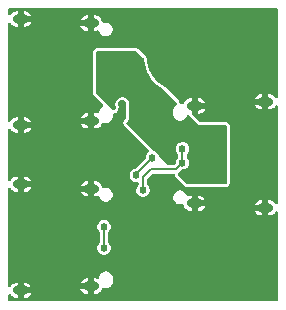
<source format=gbr>
%TF.GenerationSoftware,KiCad,Pcbnew,9.0.2*%
%TF.CreationDate,2025-05-31T16:15:56-04:00*%
%TF.ProjectId,pd-buddy-wye,70642d62-7564-4647-992d-7779652e6b69,v1.1*%
%TF.SameCoordinates,Original*%
%TF.FileFunction,Copper,L2,Bot*%
%TF.FilePolarity,Positive*%
%FSLAX46Y46*%
G04 Gerber Fmt 4.6, Leading zero omitted, Abs format (unit mm)*
G04 Created by KiCad (PCBNEW 9.0.2) date 2025-05-31 16:15:56*
%MOMM*%
%LPD*%
G01*
G04 APERTURE LIST*
%TA.AperFunction,ComponentPad*%
%ADD10C,0.800000*%
%TD*%
%TA.AperFunction,ComponentPad*%
%ADD11C,6.400000*%
%TD*%
%TA.AperFunction,HeatsinkPad*%
%ADD12O,1.400000X0.800000*%
%TD*%
%TA.AperFunction,ViaPad*%
%ADD13C,0.700000*%
%TD*%
%TA.AperFunction,ViaPad*%
%ADD14C,0.625000*%
%TD*%
%TA.AperFunction,Conductor*%
%ADD15C,0.200000*%
%TD*%
G04 APERTURE END LIST*
D10*
%TO.P,MK2,1,1*%
%TO.N,GND*%
X117400000Y-121000000D03*
X116697056Y-122697056D03*
X116697056Y-119302944D03*
X115000000Y-123400000D03*
D11*
X115000000Y-121000000D03*
D10*
X115000000Y-118600000D03*
X113302944Y-122697056D03*
X113302944Y-119302944D03*
X112600000Y-121000000D03*
%TD*%
%TO.P,MK1,1,1*%
%TO.N,GND*%
X112600000Y-104000000D03*
X113302944Y-102302944D03*
X113302944Y-105697056D03*
X115000000Y-101600000D03*
D11*
X115000000Y-104000000D03*
D10*
X115000000Y-106400000D03*
X116697056Y-102302944D03*
X116697056Y-105697056D03*
X117400000Y-104000000D03*
%TD*%
D12*
%TO.P,U1,S1,SHIELD*%
%TO.N,GND*%
X121840000Y-116990000D03*
X115890000Y-116630000D03*
X115890000Y-108370000D03*
X121840000Y-108010000D03*
%TD*%
%TO.P,J1,S1,SHIELD*%
%TO.N,GND*%
X101160000Y-101010000D03*
X107110000Y-101370000D03*
X107110000Y-109630000D03*
X101160000Y-109990000D03*
%TD*%
%TO.P,J2,S1,SHIELD*%
%TO.N,GND*%
X101160000Y-115010000D03*
X107110000Y-115370000D03*
X107110000Y-123630000D03*
X101160000Y-123990000D03*
%TD*%
D13*
%TO.N,GND*%
X109750000Y-115750000D03*
X109750000Y-122750000D03*
X109750000Y-101750000D03*
X117500000Y-115850000D03*
X109750000Y-102250000D03*
X109750000Y-109250000D03*
X118000000Y-109200000D03*
X109750000Y-108250000D03*
X118000000Y-115850000D03*
X109750000Y-116250000D03*
X109750000Y-102750000D03*
X117000000Y-115850000D03*
X109750000Y-116750000D03*
X117500000Y-109200000D03*
X117000000Y-109200000D03*
X109750000Y-108750000D03*
X109750000Y-123250000D03*
X109750000Y-122250000D03*
%TO.N,VBUS*%
X110750000Y-104250000D03*
X117500000Y-111500000D03*
X109750000Y-106750000D03*
X110250000Y-106750000D03*
X110750000Y-106750000D03*
X117500000Y-114000000D03*
X117000000Y-111500000D03*
X118000000Y-111500000D03*
X109778165Y-104250000D03*
X118000000Y-114000000D03*
X110250000Y-104250000D03*
X117000000Y-114000000D03*
D14*
%TO.N,/D+*%
X108200000Y-118600000D03*
X112300000Y-112750000D03*
X110950000Y-114250000D03*
X108200000Y-120400000D03*
%TO.N,/D-*%
X111499000Y-115500000D03*
X114850000Y-112000000D03*
X114850000Y-113184000D03*
%TD*%
D15*
%TO.N,/D+*%
X112300000Y-112750000D02*
X110950000Y-114100000D01*
X110950000Y-114100000D02*
X110950000Y-114250000D01*
X111000000Y-114250000D02*
X110950000Y-114200000D01*
X110950000Y-114250000D02*
X111000000Y-114250000D01*
X108200000Y-118600000D02*
X108200000Y-120400000D01*
%TO.N,/D-*%
X114284000Y-113750000D02*
X114850000Y-113184000D01*
X112150000Y-113750000D02*
X114284000Y-113750000D01*
X111499000Y-115500000D02*
X111499000Y-114401000D01*
X114850000Y-113184000D02*
X114850000Y-112000000D01*
X111499000Y-114401000D02*
X112150000Y-113750000D01*
%TD*%
%TA.AperFunction,Conductor*%
%TO.N,GND*%
G36*
X122866621Y-100095502D02*
G01*
X122913114Y-100149158D01*
X122924500Y-100201500D01*
X122924500Y-107591552D01*
X122904498Y-107659673D01*
X122850842Y-107706166D01*
X122780568Y-107716270D01*
X122715988Y-107686776D01*
X122693735Y-107661554D01*
X122647998Y-107593104D01*
X122647992Y-107593097D01*
X122556902Y-107502007D01*
X122556895Y-107502002D01*
X122449786Y-107430434D01*
X122330767Y-107381134D01*
X122330766Y-107381133D01*
X122204415Y-107356000D01*
X122094000Y-107356000D01*
X122094000Y-107760000D01*
X121490272Y-107760000D01*
X121398386Y-107798060D01*
X121328060Y-107868386D01*
X121290000Y-107960272D01*
X121290000Y-108059728D01*
X121328060Y-108151614D01*
X121398386Y-108221940D01*
X121490272Y-108260000D01*
X122094000Y-108260000D01*
X122094000Y-108664000D01*
X122204412Y-108664000D01*
X122204415Y-108663999D01*
X122330766Y-108638866D01*
X122330767Y-108638865D01*
X122449786Y-108589565D01*
X122556895Y-108517997D01*
X122556902Y-108517992D01*
X122647992Y-108426902D01*
X122647997Y-108426896D01*
X122693735Y-108358445D01*
X122748211Y-108312918D01*
X122818655Y-108304069D01*
X122882699Y-108334710D01*
X122920010Y-108395112D01*
X122924500Y-108428447D01*
X122924500Y-116571552D01*
X122904498Y-116639673D01*
X122850842Y-116686166D01*
X122780568Y-116696270D01*
X122715988Y-116666776D01*
X122693735Y-116641554D01*
X122647998Y-116573104D01*
X122647992Y-116573097D01*
X122556902Y-116482007D01*
X122556895Y-116482002D01*
X122449786Y-116410434D01*
X122330767Y-116361134D01*
X122330766Y-116361133D01*
X122204415Y-116336000D01*
X122094000Y-116336000D01*
X122094000Y-116740000D01*
X121490272Y-116740000D01*
X121398386Y-116778060D01*
X121328060Y-116848386D01*
X121290000Y-116940272D01*
X121290000Y-117039728D01*
X121328060Y-117131614D01*
X121398386Y-117201940D01*
X121490272Y-117240000D01*
X122094000Y-117240000D01*
X122094000Y-117644000D01*
X122204412Y-117644000D01*
X122204415Y-117643999D01*
X122330766Y-117618866D01*
X122330767Y-117618865D01*
X122449786Y-117569565D01*
X122556895Y-117497997D01*
X122556902Y-117497992D01*
X122647992Y-117406902D01*
X122647997Y-117406896D01*
X122693735Y-117338445D01*
X122748211Y-117292918D01*
X122818655Y-117284069D01*
X122882699Y-117314710D01*
X122920010Y-117375112D01*
X122924500Y-117408447D01*
X122924500Y-124798500D01*
X122904498Y-124866621D01*
X122850842Y-124913114D01*
X122798500Y-124924500D01*
X100201500Y-124924500D01*
X100133379Y-124904498D01*
X100086886Y-124850842D01*
X100075500Y-124798500D01*
X100075500Y-124408447D01*
X100095502Y-124340326D01*
X100149158Y-124293833D01*
X100219432Y-124283729D01*
X100284012Y-124313223D01*
X100306265Y-124338445D01*
X100352002Y-124406896D01*
X100352007Y-124406902D01*
X100443097Y-124497992D01*
X100443104Y-124497997D01*
X100550213Y-124569565D01*
X100669232Y-124618865D01*
X100669233Y-124618866D01*
X100795584Y-124643999D01*
X100795588Y-124644000D01*
X100906000Y-124644000D01*
X101414000Y-124644000D01*
X101524412Y-124644000D01*
X101524415Y-124643999D01*
X101650766Y-124618866D01*
X101650767Y-124618865D01*
X101769786Y-124569565D01*
X101876895Y-124497997D01*
X101876902Y-124497992D01*
X101967992Y-124406902D01*
X101967997Y-124406895D01*
X102039566Y-124299785D01*
X102062674Y-124244000D01*
X101414000Y-124244000D01*
X101414000Y-124644000D01*
X100906000Y-124644000D01*
X100906000Y-124240000D01*
X101509728Y-124240000D01*
X101601614Y-124201940D01*
X101671940Y-124131614D01*
X101710000Y-124039728D01*
X101710000Y-123940272D01*
X101686692Y-123884000D01*
X106207326Y-123884000D01*
X106230433Y-123939785D01*
X106302002Y-124046895D01*
X106302007Y-124046902D01*
X106393097Y-124137992D01*
X106393104Y-124137997D01*
X106500213Y-124209565D01*
X106619232Y-124258865D01*
X106619233Y-124258866D01*
X106745584Y-124283999D01*
X106745588Y-124284000D01*
X106856000Y-124284000D01*
X106856000Y-123884000D01*
X106207326Y-123884000D01*
X101686692Y-123884000D01*
X101671940Y-123848386D01*
X101601614Y-123778060D01*
X101509728Y-123740000D01*
X100906000Y-123740000D01*
X100906000Y-123736000D01*
X101414000Y-123736000D01*
X102062673Y-123736000D01*
X102039566Y-123680214D01*
X101972787Y-123580272D01*
X106560000Y-123580272D01*
X106560000Y-123679728D01*
X106598060Y-123771614D01*
X106668386Y-123841940D01*
X106760272Y-123880000D01*
X107364000Y-123880000D01*
X107364000Y-124284000D01*
X107474412Y-124284000D01*
X107474415Y-124283999D01*
X107600766Y-124258866D01*
X107600767Y-124258865D01*
X107719786Y-124209565D01*
X107826895Y-124137997D01*
X107826902Y-124137992D01*
X107917992Y-124046902D01*
X107917997Y-124046895D01*
X107989566Y-123939785D01*
X108019327Y-123867937D01*
X108063875Y-123812656D01*
X108131238Y-123790235D01*
X108168343Y-123794447D01*
X108284234Y-123825500D01*
X108284236Y-123825500D01*
X108435764Y-123825500D01*
X108435766Y-123825500D01*
X108582135Y-123786281D01*
X108713365Y-123710515D01*
X108820515Y-123603365D01*
X108896281Y-123472135D01*
X108935500Y-123325766D01*
X108935500Y-122874234D01*
X108896281Y-122727865D01*
X108820515Y-122596635D01*
X108820513Y-122596633D01*
X108820509Y-122596628D01*
X108713371Y-122489490D01*
X108713361Y-122489482D01*
X108582139Y-122413721D01*
X108582136Y-122413720D01*
X108582135Y-122413719D01*
X108582133Y-122413718D01*
X108582132Y-122413718D01*
X108542911Y-122403209D01*
X108435766Y-122374500D01*
X108284234Y-122374500D01*
X108205798Y-122395516D01*
X108137867Y-122413718D01*
X108137860Y-122413721D01*
X108006638Y-122489482D01*
X108006628Y-122489490D01*
X107899490Y-122596628D01*
X107899482Y-122596638D01*
X107823721Y-122727860D01*
X107823718Y-122727867D01*
X107784500Y-122874235D01*
X107784500Y-122888665D01*
X107764498Y-122956786D01*
X107710842Y-123003279D01*
X107640568Y-123013383D01*
X107610285Y-123005075D01*
X107600775Y-123001136D01*
X107600766Y-123001133D01*
X107474415Y-122976000D01*
X107364000Y-122976000D01*
X107364000Y-123380000D01*
X106760272Y-123380000D01*
X106668386Y-123418060D01*
X106598060Y-123488386D01*
X106560000Y-123580272D01*
X101972787Y-123580272D01*
X101967997Y-123573104D01*
X101967992Y-123573097D01*
X101876902Y-123482007D01*
X101876895Y-123482002D01*
X101769786Y-123410434D01*
X101686656Y-123376000D01*
X106207326Y-123376000D01*
X106856000Y-123376000D01*
X106856000Y-122976000D01*
X106745584Y-122976000D01*
X106619233Y-123001133D01*
X106619232Y-123001134D01*
X106500213Y-123050434D01*
X106393104Y-123122002D01*
X106393097Y-123122007D01*
X106302007Y-123213097D01*
X106302002Y-123213104D01*
X106230433Y-123320214D01*
X106207326Y-123376000D01*
X101686656Y-123376000D01*
X101650767Y-123361134D01*
X101650766Y-123361133D01*
X101524415Y-123336000D01*
X101414000Y-123336000D01*
X101414000Y-123736000D01*
X100906000Y-123736000D01*
X100906000Y-123336000D01*
X100795584Y-123336000D01*
X100669233Y-123361133D01*
X100669232Y-123361134D01*
X100550213Y-123410434D01*
X100443104Y-123482002D01*
X100443097Y-123482007D01*
X100352007Y-123573097D01*
X100352001Y-123573104D01*
X100306265Y-123641554D01*
X100251788Y-123687082D01*
X100181345Y-123695929D01*
X100117301Y-123665288D01*
X100079989Y-123604886D01*
X100075500Y-123571552D01*
X100075500Y-118525353D01*
X107633000Y-118525353D01*
X107633000Y-118674647D01*
X107661285Y-118780210D01*
X107671639Y-118818851D01*
X107671642Y-118818858D01*
X107746284Y-118948142D01*
X107746286Y-118948145D01*
X107746287Y-118948146D01*
X107808596Y-119010455D01*
X107842620Y-119072765D01*
X107845500Y-119099549D01*
X107845500Y-119900450D01*
X107825498Y-119968571D01*
X107808595Y-119989545D01*
X107746292Y-120051847D01*
X107746284Y-120051857D01*
X107671642Y-120181141D01*
X107671640Y-120181146D01*
X107633000Y-120325353D01*
X107633000Y-120474647D01*
X107661285Y-120580210D01*
X107671639Y-120618851D01*
X107671642Y-120618858D01*
X107746284Y-120748142D01*
X107746292Y-120748152D01*
X107851847Y-120853707D01*
X107851852Y-120853711D01*
X107851854Y-120853713D01*
X107981146Y-120928360D01*
X108125353Y-120967000D01*
X108125355Y-120967000D01*
X108274645Y-120967000D01*
X108274647Y-120967000D01*
X108418854Y-120928360D01*
X108548146Y-120853713D01*
X108653713Y-120748146D01*
X108728360Y-120618854D01*
X108767000Y-120474647D01*
X108767000Y-120325353D01*
X108728360Y-120181146D01*
X108653713Y-120051854D01*
X108653711Y-120051852D01*
X108653707Y-120051847D01*
X108591405Y-119989545D01*
X108557379Y-119927233D01*
X108554500Y-119900450D01*
X108554500Y-119099549D01*
X108574502Y-119031428D01*
X108591400Y-119010458D01*
X108653713Y-118948146D01*
X108728360Y-118818854D01*
X108767000Y-118674647D01*
X108767000Y-118525353D01*
X108728360Y-118381146D01*
X108653713Y-118251854D01*
X108653711Y-118251852D01*
X108653707Y-118251847D01*
X108548152Y-118146292D01*
X108548142Y-118146284D01*
X108418858Y-118071642D01*
X108418855Y-118071641D01*
X108418854Y-118071640D01*
X108418852Y-118071639D01*
X108418851Y-118071639D01*
X108380210Y-118061285D01*
X108274647Y-118033000D01*
X108125353Y-118033000D01*
X108048075Y-118053706D01*
X107981148Y-118071639D01*
X107981141Y-118071642D01*
X107851857Y-118146284D01*
X107851847Y-118146292D01*
X107746292Y-118251847D01*
X107746284Y-118251857D01*
X107671642Y-118381141D01*
X107671640Y-118381146D01*
X107633000Y-118525353D01*
X100075500Y-118525353D01*
X100075500Y-115428447D01*
X100095502Y-115360326D01*
X100149158Y-115313833D01*
X100219432Y-115303729D01*
X100284012Y-115333223D01*
X100306265Y-115358445D01*
X100352002Y-115426896D01*
X100352007Y-115426902D01*
X100443097Y-115517992D01*
X100443104Y-115517997D01*
X100550213Y-115589565D01*
X100669232Y-115638865D01*
X100669233Y-115638866D01*
X100795584Y-115663999D01*
X100795588Y-115664000D01*
X100906000Y-115664000D01*
X101414000Y-115664000D01*
X101524412Y-115664000D01*
X101524415Y-115663999D01*
X101650766Y-115638866D01*
X101650767Y-115638865D01*
X101686654Y-115624000D01*
X106207326Y-115624000D01*
X106230433Y-115679785D01*
X106302002Y-115786895D01*
X106302007Y-115786902D01*
X106393097Y-115877992D01*
X106393104Y-115877997D01*
X106500213Y-115949565D01*
X106619232Y-115998865D01*
X106619233Y-115998866D01*
X106745584Y-116023999D01*
X106745588Y-116024000D01*
X106856000Y-116024000D01*
X106856000Y-115624000D01*
X106207326Y-115624000D01*
X101686654Y-115624000D01*
X101769786Y-115589565D01*
X101876895Y-115517997D01*
X101876902Y-115517992D01*
X101967992Y-115426902D01*
X101967997Y-115426895D01*
X102039241Y-115320272D01*
X106560000Y-115320272D01*
X106560000Y-115419728D01*
X106598060Y-115511614D01*
X106668386Y-115581940D01*
X106760272Y-115620000D01*
X107364000Y-115620000D01*
X107364000Y-116024000D01*
X107474412Y-116024000D01*
X107474415Y-116023999D01*
X107600766Y-115998866D01*
X107600776Y-115998863D01*
X107638976Y-115983040D01*
X107709565Y-115975450D01*
X107773053Y-116007228D01*
X107808901Y-116066836D01*
X107823716Y-116122127D01*
X107823721Y-116122139D01*
X107899482Y-116253361D01*
X107899490Y-116253371D01*
X108006628Y-116360509D01*
X108006633Y-116360513D01*
X108006635Y-116360515D01*
X108006636Y-116360516D01*
X108006638Y-116360517D01*
X108040384Y-116380000D01*
X108137865Y-116436281D01*
X108284234Y-116475500D01*
X108284236Y-116475500D01*
X108435764Y-116475500D01*
X108435766Y-116475500D01*
X108582135Y-116436281D01*
X108713365Y-116360515D01*
X108820515Y-116253365D01*
X108896281Y-116122135D01*
X108935500Y-115975766D01*
X108935500Y-115824234D01*
X108896281Y-115677865D01*
X108865182Y-115624000D01*
X108820517Y-115546638D01*
X108820509Y-115546628D01*
X108713371Y-115439490D01*
X108713361Y-115439482D01*
X108582139Y-115363721D01*
X108582136Y-115363720D01*
X108582135Y-115363719D01*
X108582133Y-115363718D01*
X108582132Y-115363718D01*
X108542911Y-115353209D01*
X108435766Y-115324500D01*
X108284234Y-115324500D01*
X108208659Y-115344749D01*
X108137683Y-115343060D01*
X108078888Y-115303266D01*
X108052470Y-115247624D01*
X108038866Y-115179235D01*
X108038865Y-115179232D01*
X107989565Y-115060213D01*
X107917997Y-114953104D01*
X107917992Y-114953097D01*
X107826902Y-114862007D01*
X107826895Y-114862002D01*
X107719786Y-114790434D01*
X107600767Y-114741134D01*
X107600766Y-114741133D01*
X107474415Y-114716000D01*
X107364000Y-114716000D01*
X107364000Y-115120000D01*
X106760272Y-115120000D01*
X106668386Y-115158060D01*
X106598060Y-115228386D01*
X106560000Y-115320272D01*
X102039241Y-115320272D01*
X102039566Y-115319785D01*
X102062674Y-115264000D01*
X101414000Y-115264000D01*
X101414000Y-115664000D01*
X100906000Y-115664000D01*
X100906000Y-115260000D01*
X101509728Y-115260000D01*
X101601614Y-115221940D01*
X101671940Y-115151614D01*
X101686692Y-115116000D01*
X106207326Y-115116000D01*
X106856000Y-115116000D01*
X106856000Y-114716000D01*
X106745584Y-114716000D01*
X106619233Y-114741133D01*
X106619232Y-114741134D01*
X106500213Y-114790434D01*
X106393104Y-114862002D01*
X106393097Y-114862007D01*
X106302007Y-114953097D01*
X106302002Y-114953104D01*
X106230433Y-115060214D01*
X106207326Y-115116000D01*
X101686692Y-115116000D01*
X101710000Y-115059728D01*
X101710000Y-114960272D01*
X101671940Y-114868386D01*
X101601614Y-114798060D01*
X101509728Y-114760000D01*
X100906000Y-114760000D01*
X100906000Y-114756000D01*
X101414000Y-114756000D01*
X102062673Y-114756000D01*
X102039566Y-114700214D01*
X101967997Y-114593104D01*
X101967992Y-114593097D01*
X101876902Y-114502007D01*
X101876895Y-114502002D01*
X101769786Y-114430434D01*
X101650767Y-114381134D01*
X101650766Y-114381133D01*
X101524415Y-114356000D01*
X101414000Y-114356000D01*
X101414000Y-114756000D01*
X100906000Y-114756000D01*
X100906000Y-114356000D01*
X100795584Y-114356000D01*
X100669233Y-114381133D01*
X100669232Y-114381134D01*
X100550213Y-114430434D01*
X100443104Y-114502002D01*
X100443097Y-114502007D01*
X100352007Y-114593097D01*
X100352001Y-114593104D01*
X100306265Y-114661554D01*
X100251788Y-114707082D01*
X100181345Y-114715929D01*
X100117301Y-114685288D01*
X100079989Y-114624886D01*
X100075500Y-114591552D01*
X100075500Y-110408447D01*
X100095502Y-110340326D01*
X100149158Y-110293833D01*
X100219432Y-110283729D01*
X100284012Y-110313223D01*
X100306265Y-110338445D01*
X100352002Y-110406896D01*
X100352007Y-110406902D01*
X100443097Y-110497992D01*
X100443104Y-110497997D01*
X100550213Y-110569565D01*
X100669232Y-110618865D01*
X100669233Y-110618866D01*
X100795584Y-110643999D01*
X100795588Y-110644000D01*
X100906000Y-110644000D01*
X101414000Y-110644000D01*
X101524412Y-110644000D01*
X101524415Y-110643999D01*
X101650766Y-110618866D01*
X101650767Y-110618865D01*
X101769786Y-110569565D01*
X101876895Y-110497997D01*
X101876902Y-110497992D01*
X101967992Y-110406902D01*
X101967997Y-110406895D01*
X102039566Y-110299785D01*
X102062674Y-110244000D01*
X101414000Y-110244000D01*
X101414000Y-110644000D01*
X100906000Y-110644000D01*
X100906000Y-110240000D01*
X101509728Y-110240000D01*
X101601614Y-110201940D01*
X101671940Y-110131614D01*
X101710000Y-110039728D01*
X101710000Y-109940272D01*
X101686692Y-109884000D01*
X106207326Y-109884000D01*
X106230433Y-109939785D01*
X106302002Y-110046895D01*
X106302007Y-110046902D01*
X106393097Y-110137992D01*
X106393104Y-110137997D01*
X106500213Y-110209565D01*
X106619232Y-110258865D01*
X106619233Y-110258866D01*
X106745584Y-110283999D01*
X106745588Y-110284000D01*
X106856000Y-110284000D01*
X106856000Y-109884000D01*
X106207326Y-109884000D01*
X101686692Y-109884000D01*
X101671940Y-109848386D01*
X101601614Y-109778060D01*
X101509728Y-109740000D01*
X100906000Y-109740000D01*
X100906000Y-109736000D01*
X101414000Y-109736000D01*
X102062673Y-109736000D01*
X102039566Y-109680214D01*
X101972787Y-109580272D01*
X106560000Y-109580272D01*
X106560000Y-109679728D01*
X106598060Y-109771614D01*
X106668386Y-109841940D01*
X106760272Y-109880000D01*
X107364000Y-109880000D01*
X107364000Y-110284000D01*
X107474412Y-110284000D01*
X107474415Y-110283999D01*
X107600766Y-110258866D01*
X107600767Y-110258865D01*
X107719786Y-110209565D01*
X107826895Y-110137997D01*
X107826902Y-110137992D01*
X107917992Y-110046902D01*
X107917997Y-110046895D01*
X107989566Y-109939785D01*
X108019327Y-109867937D01*
X108063875Y-109812656D01*
X108131238Y-109790235D01*
X108168343Y-109794447D01*
X108284234Y-109825500D01*
X108284236Y-109825500D01*
X108435764Y-109825500D01*
X108435766Y-109825500D01*
X108582135Y-109786281D01*
X108713365Y-109710515D01*
X108820515Y-109603365D01*
X108896281Y-109472135D01*
X108935500Y-109325766D01*
X108935500Y-109113648D01*
X108955502Y-109045527D01*
X109009158Y-108999034D01*
X109065253Y-108987705D01*
X109069037Y-108987818D01*
X109166993Y-108962194D01*
X109230854Y-108931172D01*
X109270496Y-108907331D01*
X109339048Y-108832816D01*
X109375999Y-108772194D01*
X109405074Y-108704298D01*
X109433081Y-108599777D01*
X109440089Y-108563422D01*
X109444347Y-108527812D01*
X109445283Y-108518587D01*
X109441321Y-108483698D01*
X109441924Y-108483699D01*
X109441925Y-108467405D01*
X109433082Y-108400224D01*
X109407958Y-108306462D01*
X109407033Y-108301374D01*
X109407450Y-108297442D01*
X109405000Y-108278831D01*
X109405000Y-108221172D01*
X109409293Y-108188562D01*
X109417466Y-108158060D01*
X109424221Y-108132846D01*
X109436806Y-108102464D01*
X109465640Y-108052522D01*
X109485659Y-108026433D01*
X109526433Y-107985659D01*
X109552524Y-107965639D01*
X109602468Y-107936804D01*
X109632852Y-107924219D01*
X109658321Y-107917394D01*
X109688559Y-107909293D01*
X109721168Y-107905000D01*
X109778829Y-107905000D01*
X109811439Y-107909293D01*
X109829709Y-107914188D01*
X109867144Y-107924219D01*
X109897528Y-107936803D01*
X109947471Y-107965637D01*
X109973567Y-107985662D01*
X110014338Y-108026434D01*
X110034360Y-108052528D01*
X110063194Y-108102470D01*
X110075781Y-108132857D01*
X110090706Y-108188557D01*
X110095000Y-108221167D01*
X110095000Y-108278827D01*
X110090707Y-108311437D01*
X110066917Y-108400224D01*
X110066915Y-108400232D01*
X110058075Y-108467383D01*
X110058075Y-108532616D01*
X110066915Y-108599767D01*
X110066916Y-108599770D01*
X110066917Y-108599776D01*
X110072336Y-108620000D01*
X110090707Y-108688561D01*
X110095000Y-108721172D01*
X110095000Y-108778827D01*
X110090707Y-108811437D01*
X110066917Y-108900224D01*
X110066915Y-108900232D01*
X110058075Y-108967383D01*
X110058075Y-109032615D01*
X110066915Y-109099766D01*
X110066916Y-109099770D01*
X110066917Y-109099775D01*
X110072873Y-109122002D01*
X110090707Y-109188560D01*
X110095000Y-109221171D01*
X110095000Y-109278831D01*
X110090706Y-109311444D01*
X110075781Y-109367141D01*
X110063195Y-109397527D01*
X110034361Y-109447470D01*
X110014337Y-109473566D01*
X109958041Y-109529861D01*
X109923235Y-109573053D01*
X109894261Y-109618139D01*
X109880529Y-109642255D01*
X109853741Y-109739898D01*
X109849840Y-109794448D01*
X109848676Y-109810716D01*
X109849502Y-109856972D01*
X109879759Y-109953597D01*
X109900570Y-109991709D01*
X109913788Y-110015914D01*
X109958043Y-110075030D01*
X109958053Y-110075042D01*
X111979936Y-112096925D01*
X112013962Y-112159237D01*
X112008897Y-112230052D01*
X111966350Y-112286888D01*
X111953846Y-112295136D01*
X111951860Y-112296282D01*
X111951847Y-112296292D01*
X111846292Y-112401847D01*
X111846284Y-112401857D01*
X111771642Y-112531141D01*
X111771639Y-112531148D01*
X111733000Y-112675354D01*
X111733000Y-112763469D01*
X111712998Y-112831590D01*
X111696095Y-112852565D01*
X110885985Y-113662674D01*
X110829502Y-113695284D01*
X110731148Y-113721638D01*
X110601857Y-113796284D01*
X110601847Y-113796292D01*
X110496292Y-113901847D01*
X110496284Y-113901857D01*
X110421642Y-114031141D01*
X110421639Y-114031148D01*
X110397142Y-114122571D01*
X110383000Y-114175353D01*
X110383000Y-114324647D01*
X110398136Y-114381134D01*
X110421639Y-114468851D01*
X110421642Y-114468858D01*
X110496284Y-114598142D01*
X110496292Y-114598152D01*
X110601847Y-114703707D01*
X110601852Y-114703711D01*
X110601854Y-114703713D01*
X110601855Y-114703714D01*
X110601857Y-114703715D01*
X110666667Y-114741133D01*
X110731146Y-114778360D01*
X110875353Y-114817000D01*
X110875355Y-114817000D01*
X111018500Y-114817000D01*
X111027325Y-114819591D01*
X111036432Y-114818282D01*
X111060857Y-114829437D01*
X111086621Y-114837002D01*
X111092645Y-114843955D01*
X111101012Y-114847776D01*
X111115526Y-114870361D01*
X111133114Y-114890658D01*
X111135438Y-114901344D01*
X111139396Y-114907502D01*
X111144500Y-114943000D01*
X111144500Y-115000450D01*
X111124498Y-115068571D01*
X111107595Y-115089545D01*
X111045292Y-115151847D01*
X111045284Y-115151857D01*
X110970642Y-115281141D01*
X110970639Y-115281148D01*
X110960156Y-115320272D01*
X110932000Y-115425353D01*
X110932000Y-115574647D01*
X110949373Y-115639485D01*
X110970639Y-115718851D01*
X110970642Y-115718858D01*
X111045284Y-115848142D01*
X111045292Y-115848152D01*
X111150847Y-115953707D01*
X111150852Y-115953711D01*
X111150854Y-115953713D01*
X111150855Y-115953714D01*
X111150857Y-115953715D01*
X111218499Y-115992768D01*
X111280146Y-116028360D01*
X111424353Y-116067000D01*
X111424355Y-116067000D01*
X111573645Y-116067000D01*
X111573647Y-116067000D01*
X111717854Y-116028360D01*
X111725000Y-116024234D01*
X114064500Y-116024234D01*
X114064500Y-116175766D01*
X114074503Y-116213097D01*
X114103718Y-116322132D01*
X114103721Y-116322139D01*
X114179482Y-116453361D01*
X114179490Y-116453371D01*
X114286628Y-116560509D01*
X114286633Y-116560513D01*
X114286635Y-116560515D01*
X114286636Y-116560516D01*
X114286638Y-116560517D01*
X114320855Y-116580272D01*
X114417865Y-116636281D01*
X114564234Y-116675500D01*
X114564236Y-116675500D01*
X114715765Y-116675500D01*
X114715766Y-116675500D01*
X114791340Y-116655250D01*
X114862314Y-116656939D01*
X114921110Y-116696732D01*
X114947529Y-116752374D01*
X114961133Y-116820766D01*
X114961134Y-116820767D01*
X115010434Y-116939786D01*
X115082002Y-117046895D01*
X115082007Y-117046902D01*
X115173097Y-117137992D01*
X115173104Y-117137997D01*
X115280213Y-117209565D01*
X115399232Y-117258865D01*
X115399233Y-117258866D01*
X115525584Y-117283999D01*
X115525588Y-117284000D01*
X115636000Y-117284000D01*
X116144000Y-117284000D01*
X116254412Y-117284000D01*
X116254415Y-117283999D01*
X116380766Y-117258866D01*
X116380767Y-117258865D01*
X116416654Y-117244000D01*
X120937326Y-117244000D01*
X120960433Y-117299785D01*
X121032002Y-117406895D01*
X121032007Y-117406902D01*
X121123097Y-117497992D01*
X121123104Y-117497997D01*
X121230213Y-117569565D01*
X121349232Y-117618865D01*
X121349233Y-117618866D01*
X121475584Y-117643999D01*
X121475588Y-117644000D01*
X121586000Y-117644000D01*
X121586000Y-117244000D01*
X120937326Y-117244000D01*
X116416654Y-117244000D01*
X116499786Y-117209565D01*
X116606895Y-117137997D01*
X116606902Y-117137992D01*
X116697992Y-117046902D01*
X116697997Y-117046895D01*
X116769566Y-116939785D01*
X116792674Y-116884000D01*
X116144000Y-116884000D01*
X116144000Y-117284000D01*
X115636000Y-117284000D01*
X115636000Y-116880000D01*
X116239728Y-116880000D01*
X116331614Y-116841940D01*
X116401940Y-116771614D01*
X116416692Y-116736000D01*
X120937326Y-116736000D01*
X121586000Y-116736000D01*
X121586000Y-116336000D01*
X121475584Y-116336000D01*
X121349233Y-116361133D01*
X121349232Y-116361134D01*
X121230213Y-116410434D01*
X121123104Y-116482002D01*
X121123097Y-116482007D01*
X121032007Y-116573097D01*
X121032002Y-116573104D01*
X120960433Y-116680214D01*
X120937326Y-116736000D01*
X116416692Y-116736000D01*
X116440000Y-116679728D01*
X116440000Y-116580272D01*
X116401940Y-116488386D01*
X116331614Y-116418060D01*
X116239728Y-116380000D01*
X115636000Y-116380000D01*
X115636000Y-116376000D01*
X116144000Y-116376000D01*
X116792673Y-116376000D01*
X116769566Y-116320214D01*
X116697997Y-116213104D01*
X116697992Y-116213097D01*
X116606902Y-116122007D01*
X116606895Y-116122002D01*
X116499786Y-116050434D01*
X116380767Y-116001134D01*
X116380766Y-116001133D01*
X116254415Y-115976000D01*
X116144000Y-115976000D01*
X116144000Y-116376000D01*
X115636000Y-116376000D01*
X115636000Y-115976000D01*
X115525584Y-115976000D01*
X115399233Y-116001133D01*
X115399228Y-116001135D01*
X115361020Y-116016961D01*
X115290430Y-116024549D01*
X115226944Y-115992768D01*
X115191098Y-115933163D01*
X115176281Y-115877865D01*
X115100515Y-115746635D01*
X115100513Y-115746633D01*
X115100509Y-115746628D01*
X114993371Y-115639490D01*
X114993361Y-115639482D01*
X114862139Y-115563721D01*
X114862136Y-115563720D01*
X114862135Y-115563719D01*
X114862133Y-115563718D01*
X114862132Y-115563718D01*
X114798387Y-115546638D01*
X114715766Y-115524500D01*
X114564234Y-115524500D01*
X114485798Y-115545516D01*
X114417867Y-115563718D01*
X114417860Y-115563721D01*
X114286638Y-115639482D01*
X114286628Y-115639490D01*
X114179490Y-115746628D01*
X114179482Y-115746638D01*
X114103721Y-115877860D01*
X114103718Y-115877867D01*
X114090585Y-115926881D01*
X114064500Y-116024234D01*
X111725000Y-116024234D01*
X111847146Y-115953713D01*
X111851294Y-115949565D01*
X111873979Y-115926881D01*
X111952707Y-115848152D01*
X111952713Y-115848146D01*
X112027360Y-115718854D01*
X112066000Y-115574647D01*
X112066000Y-115425353D01*
X112027360Y-115281146D01*
X111971695Y-115184731D01*
X111952715Y-115151857D01*
X111952707Y-115151847D01*
X111890405Y-115089545D01*
X111856379Y-115027233D01*
X111853500Y-115000450D01*
X111853500Y-114600029D01*
X111873502Y-114531908D01*
X111890405Y-114510934D01*
X112259934Y-114141405D01*
X112322246Y-114107379D01*
X112349029Y-114104500D01*
X114066617Y-114104500D01*
X114134738Y-114124502D01*
X114181231Y-114178158D01*
X114186860Y-114192848D01*
X114217790Y-114291625D01*
X114217791Y-114291628D01*
X114251821Y-114353947D01*
X114296076Y-114413063D01*
X114296086Y-114413075D01*
X115029586Y-115146575D01*
X115029595Y-115146583D01*
X115029601Y-115146589D01*
X115050260Y-115165147D01*
X115069765Y-115180866D01*
X115071005Y-115181897D01*
X115071240Y-115182056D01*
X115147488Y-115221940D01*
X115160960Y-115228987D01*
X115229081Y-115248989D01*
X115302190Y-115259500D01*
X115302193Y-115259500D01*
X118473994Y-115259500D01*
X118474000Y-115259500D01*
X118529159Y-115253570D01*
X118581501Y-115242184D01*
X118608291Y-115234834D01*
X118696278Y-115184731D01*
X118749934Y-115138238D01*
X118782056Y-115104949D01*
X118828987Y-115015230D01*
X118848989Y-114947109D01*
X118859500Y-114874000D01*
X118859500Y-110126000D01*
X118853570Y-110070841D01*
X118842184Y-110018499D01*
X118834834Y-109991709D01*
X118784731Y-109903722D01*
X118784727Y-109903718D01*
X118784724Y-109903713D01*
X118738247Y-109850076D01*
X118738230Y-109850058D01*
X118704949Y-109817944D01*
X118615232Y-109771014D01*
X118615231Y-109771013D01*
X118615230Y-109771013D01*
X118547109Y-109751011D01*
X118474000Y-109740500D01*
X118473997Y-109740500D01*
X116409678Y-109740500D01*
X116341557Y-109720498D01*
X116320583Y-109703595D01*
X115672905Y-109055917D01*
X115655476Y-109024000D01*
X116144000Y-109024000D01*
X116254412Y-109024000D01*
X116254415Y-109023999D01*
X116380766Y-108998866D01*
X116380767Y-108998865D01*
X116499786Y-108949565D01*
X116606895Y-108877997D01*
X116606902Y-108877992D01*
X116697992Y-108786902D01*
X116697997Y-108786895D01*
X116769566Y-108679785D01*
X116792674Y-108624000D01*
X116144000Y-108624000D01*
X116144000Y-109024000D01*
X115655476Y-109024000D01*
X115638879Y-108993605D01*
X115636000Y-108966822D01*
X115636000Y-108620000D01*
X116239728Y-108620000D01*
X116331614Y-108581940D01*
X116401940Y-108511614D01*
X116440000Y-108419728D01*
X116440000Y-108320272D01*
X116416692Y-108264000D01*
X120937326Y-108264000D01*
X120960433Y-108319785D01*
X121032002Y-108426895D01*
X121032007Y-108426902D01*
X121123097Y-108517992D01*
X121123104Y-108517997D01*
X121230213Y-108589565D01*
X121349232Y-108638865D01*
X121349233Y-108638866D01*
X121475584Y-108663999D01*
X121475588Y-108664000D01*
X121586000Y-108664000D01*
X121586000Y-108264000D01*
X120937326Y-108264000D01*
X116416692Y-108264000D01*
X116401940Y-108228386D01*
X116331614Y-108158060D01*
X116239728Y-108120000D01*
X115636000Y-108120000D01*
X115636000Y-108116000D01*
X116144000Y-108116000D01*
X116792673Y-108116000D01*
X116769566Y-108060214D01*
X116697997Y-107953104D01*
X116697992Y-107953097D01*
X116606902Y-107862007D01*
X116606895Y-107862002D01*
X116499786Y-107790434D01*
X116416656Y-107756000D01*
X120937326Y-107756000D01*
X121586000Y-107756000D01*
X121586000Y-107356000D01*
X121475584Y-107356000D01*
X121349233Y-107381133D01*
X121349232Y-107381134D01*
X121230213Y-107430434D01*
X121123104Y-107502002D01*
X121123097Y-107502007D01*
X121032007Y-107593097D01*
X121032002Y-107593104D01*
X120960433Y-107700214D01*
X120937326Y-107756000D01*
X116416656Y-107756000D01*
X116380767Y-107741134D01*
X116380766Y-107741133D01*
X116254415Y-107716000D01*
X116144000Y-107716000D01*
X116144000Y-108116000D01*
X115636000Y-108116000D01*
X115636000Y-107716000D01*
X115525584Y-107716000D01*
X115399233Y-107741133D01*
X115399232Y-107741134D01*
X115280213Y-107790434D01*
X115173104Y-107862002D01*
X115173097Y-107862007D01*
X115082007Y-107953097D01*
X115082002Y-107953104D01*
X115010432Y-108060215D01*
X115010432Y-108060216D01*
X114980671Y-108132064D01*
X114980425Y-108132369D01*
X114980381Y-108132758D01*
X114958140Y-108160021D01*
X114936122Y-108187344D01*
X114935751Y-108187467D01*
X114935503Y-108187772D01*
X114902103Y-108198666D01*
X114868759Y-108209764D01*
X114868251Y-108209707D01*
X114868006Y-108209788D01*
X114850101Y-108207701D01*
X114832372Y-108205741D01*
X114831878Y-108205611D01*
X114715766Y-108174500D01*
X114712960Y-108174500D01*
X114702483Y-108171759D01*
X114678542Y-108157359D01*
X114652990Y-108146053D01*
X114648502Y-108139292D01*
X114641643Y-108135167D01*
X114629738Y-108111024D01*
X114614131Y-108087513D01*
X114592607Y-108018771D01*
X114574528Y-107985662D01*
X114558581Y-107956456D01*
X114514321Y-107897334D01*
X114514318Y-107897330D01*
X114276661Y-107659673D01*
X113415771Y-106798784D01*
X113415768Y-106798782D01*
X113411396Y-106794410D01*
X113411419Y-106794386D01*
X113409785Y-106792877D01*
X113354018Y-106742786D01*
X113354016Y-106742784D01*
X113099599Y-106572788D01*
X113089667Y-106565422D01*
X112856570Y-106374124D01*
X112847408Y-106365820D01*
X112634167Y-106152578D01*
X112625874Y-106143428D01*
X112434572Y-105910325D01*
X112427216Y-105900407D01*
X112259691Y-105649687D01*
X112253334Y-105639081D01*
X112111189Y-105373145D01*
X112105906Y-105361975D01*
X111990503Y-105083368D01*
X111986349Y-105071760D01*
X111898804Y-104783164D01*
X111895805Y-104771187D01*
X111836974Y-104475424D01*
X111835160Y-104463192D01*
X111821912Y-104328672D01*
X111820766Y-104319719D01*
X111820004Y-104313751D01*
X111817732Y-104299319D01*
X111789145Y-104215307D01*
X111755119Y-104152995D01*
X111755117Y-104152991D01*
X111710860Y-104093873D01*
X111710850Y-104093861D01*
X111220413Y-103603424D01*
X111199732Y-103584846D01*
X111190094Y-103577079D01*
X111180240Y-103569138D01*
X111178994Y-103568102D01*
X111178759Y-103567943D01*
X111089047Y-103521016D01*
X111089042Y-103521014D01*
X111089040Y-103521013D01*
X111020919Y-103501011D01*
X110947810Y-103490500D01*
X107626000Y-103490500D01*
X107625993Y-103490500D01*
X107570838Y-103496430D01*
X107518516Y-103507812D01*
X107518510Y-103507813D01*
X107518499Y-103507816D01*
X107505707Y-103511325D01*
X107491710Y-103515165D01*
X107491709Y-103515166D01*
X107420971Y-103555446D01*
X107403720Y-103565270D01*
X107403713Y-103565275D01*
X107350076Y-103611752D01*
X107350058Y-103611769D01*
X107317944Y-103645049D01*
X107317944Y-103645050D01*
X107271014Y-103734767D01*
X107271013Y-103734770D01*
X107251011Y-103802891D01*
X107240500Y-103876000D01*
X107240500Y-103876002D01*
X107240500Y-107197825D01*
X107241985Y-107225533D01*
X107241987Y-107225567D01*
X107244861Y-107252296D01*
X107244865Y-107252328D01*
X107244866Y-107252336D01*
X107275123Y-107348961D01*
X107292691Y-107381134D01*
X107309152Y-107411278D01*
X107353407Y-107470394D01*
X107353411Y-107470399D01*
X108122471Y-108239459D01*
X108156495Y-108301770D01*
X108151431Y-108372585D01*
X108108884Y-108429421D01*
X108096376Y-108437672D01*
X108006636Y-108489484D01*
X108006628Y-108489490D01*
X107899490Y-108596628D01*
X107899482Y-108596638D01*
X107823721Y-108727860D01*
X107823718Y-108727867D01*
X107784500Y-108874235D01*
X107784500Y-108888665D01*
X107764498Y-108956786D01*
X107710842Y-109003279D01*
X107640568Y-109013383D01*
X107610285Y-109005075D01*
X107600775Y-109001136D01*
X107600766Y-109001133D01*
X107474415Y-108976000D01*
X107364000Y-108976000D01*
X107364000Y-109380000D01*
X106760272Y-109380000D01*
X106668386Y-109418060D01*
X106598060Y-109488386D01*
X106560000Y-109580272D01*
X101972787Y-109580272D01*
X101967997Y-109573104D01*
X101967992Y-109573097D01*
X101876902Y-109482007D01*
X101876895Y-109482002D01*
X101769786Y-109410434D01*
X101686656Y-109376000D01*
X106207326Y-109376000D01*
X106856000Y-109376000D01*
X106856000Y-108976000D01*
X106745584Y-108976000D01*
X106619233Y-109001133D01*
X106619232Y-109001134D01*
X106500213Y-109050434D01*
X106393104Y-109122002D01*
X106393097Y-109122007D01*
X106302007Y-109213097D01*
X106302002Y-109213104D01*
X106230433Y-109320214D01*
X106207326Y-109376000D01*
X101686656Y-109376000D01*
X101650767Y-109361134D01*
X101650766Y-109361133D01*
X101524415Y-109336000D01*
X101414000Y-109336000D01*
X101414000Y-109736000D01*
X100906000Y-109736000D01*
X100906000Y-109336000D01*
X100795584Y-109336000D01*
X100669233Y-109361133D01*
X100669232Y-109361134D01*
X100550213Y-109410434D01*
X100443104Y-109482002D01*
X100443097Y-109482007D01*
X100352007Y-109573097D01*
X100352001Y-109573104D01*
X100306265Y-109641554D01*
X100251788Y-109687082D01*
X100181345Y-109695929D01*
X100117301Y-109665288D01*
X100079989Y-109604886D01*
X100075500Y-109571552D01*
X100075500Y-101428447D01*
X100095502Y-101360326D01*
X100149158Y-101313833D01*
X100219432Y-101303729D01*
X100284012Y-101333223D01*
X100306265Y-101358445D01*
X100352002Y-101426896D01*
X100352007Y-101426902D01*
X100443097Y-101517992D01*
X100443104Y-101517997D01*
X100550213Y-101589565D01*
X100669232Y-101638865D01*
X100669233Y-101638866D01*
X100795584Y-101663999D01*
X100795588Y-101664000D01*
X100906000Y-101664000D01*
X101414000Y-101664000D01*
X101524412Y-101664000D01*
X101524415Y-101663999D01*
X101650766Y-101638866D01*
X101650767Y-101638865D01*
X101686654Y-101624000D01*
X106207326Y-101624000D01*
X106230433Y-101679785D01*
X106302002Y-101786895D01*
X106302007Y-101786902D01*
X106393097Y-101877992D01*
X106393104Y-101877997D01*
X106500213Y-101949565D01*
X106619232Y-101998865D01*
X106619233Y-101998866D01*
X106745584Y-102023999D01*
X106745588Y-102024000D01*
X106856000Y-102024000D01*
X106856000Y-101624000D01*
X106207326Y-101624000D01*
X101686654Y-101624000D01*
X101769786Y-101589565D01*
X101876895Y-101517997D01*
X101876902Y-101517992D01*
X101967992Y-101426902D01*
X101967997Y-101426895D01*
X102039241Y-101320272D01*
X106560000Y-101320272D01*
X106560000Y-101419728D01*
X106598060Y-101511614D01*
X106668386Y-101581940D01*
X106760272Y-101620000D01*
X107364000Y-101620000D01*
X107364000Y-102024000D01*
X107474412Y-102024000D01*
X107474415Y-102023999D01*
X107600766Y-101998866D01*
X107600776Y-101998863D01*
X107638976Y-101983040D01*
X107709565Y-101975450D01*
X107773053Y-102007228D01*
X107808901Y-102066836D01*
X107823716Y-102122127D01*
X107823721Y-102122139D01*
X107899482Y-102253361D01*
X107899490Y-102253371D01*
X108006628Y-102360509D01*
X108006633Y-102360513D01*
X108006635Y-102360515D01*
X108137865Y-102436281D01*
X108284234Y-102475500D01*
X108284236Y-102475500D01*
X108435764Y-102475500D01*
X108435766Y-102475500D01*
X108582135Y-102436281D01*
X108713365Y-102360515D01*
X108820515Y-102253365D01*
X108896281Y-102122135D01*
X108935500Y-101975766D01*
X108935500Y-101824234D01*
X108896281Y-101677865D01*
X108865182Y-101624000D01*
X108820517Y-101546638D01*
X108820509Y-101546628D01*
X108713371Y-101439490D01*
X108713361Y-101439482D01*
X108582139Y-101363721D01*
X108582136Y-101363720D01*
X108582135Y-101363719D01*
X108582133Y-101363718D01*
X108582132Y-101363718D01*
X108542911Y-101353209D01*
X108435766Y-101324500D01*
X108284234Y-101324500D01*
X108208659Y-101344749D01*
X108137683Y-101343060D01*
X108078888Y-101303266D01*
X108052470Y-101247624D01*
X108038866Y-101179235D01*
X108038865Y-101179232D01*
X107989565Y-101060213D01*
X107917997Y-100953104D01*
X107917992Y-100953097D01*
X107826902Y-100862007D01*
X107826895Y-100862002D01*
X107719786Y-100790434D01*
X107600767Y-100741134D01*
X107600766Y-100741133D01*
X107474415Y-100716000D01*
X107364000Y-100716000D01*
X107364000Y-101120000D01*
X106760272Y-101120000D01*
X106668386Y-101158060D01*
X106598060Y-101228386D01*
X106560000Y-101320272D01*
X102039241Y-101320272D01*
X102039566Y-101319785D01*
X102062674Y-101264000D01*
X101414000Y-101264000D01*
X101414000Y-101664000D01*
X100906000Y-101664000D01*
X100906000Y-101260000D01*
X101509728Y-101260000D01*
X101601614Y-101221940D01*
X101671940Y-101151614D01*
X101686692Y-101116000D01*
X106207326Y-101116000D01*
X106856000Y-101116000D01*
X106856000Y-100716000D01*
X106745584Y-100716000D01*
X106619233Y-100741133D01*
X106619232Y-100741134D01*
X106500213Y-100790434D01*
X106393104Y-100862002D01*
X106393097Y-100862007D01*
X106302007Y-100953097D01*
X106302002Y-100953104D01*
X106230433Y-101060214D01*
X106207326Y-101116000D01*
X101686692Y-101116000D01*
X101710000Y-101059728D01*
X101710000Y-100960272D01*
X101671940Y-100868386D01*
X101601614Y-100798060D01*
X101509728Y-100760000D01*
X100906000Y-100760000D01*
X100906000Y-100756000D01*
X101414000Y-100756000D01*
X102062673Y-100756000D01*
X102039566Y-100700214D01*
X101967997Y-100593104D01*
X101967992Y-100593097D01*
X101876902Y-100502007D01*
X101876895Y-100502002D01*
X101769786Y-100430434D01*
X101650767Y-100381134D01*
X101650766Y-100381133D01*
X101524415Y-100356000D01*
X101414000Y-100356000D01*
X101414000Y-100756000D01*
X100906000Y-100756000D01*
X100906000Y-100356000D01*
X100795584Y-100356000D01*
X100669233Y-100381133D01*
X100669232Y-100381134D01*
X100550213Y-100430434D01*
X100443104Y-100502002D01*
X100443097Y-100502007D01*
X100352007Y-100593097D01*
X100352001Y-100593104D01*
X100306265Y-100661554D01*
X100251788Y-100707082D01*
X100181345Y-100715929D01*
X100117301Y-100685288D01*
X100079989Y-100624886D01*
X100075500Y-100591552D01*
X100075500Y-100201500D01*
X100095502Y-100133379D01*
X100149158Y-100086886D01*
X100201500Y-100075500D01*
X122798500Y-100075500D01*
X122866621Y-100095502D01*
G37*
%TD.AperFunction*%
%TD*%
%TA.AperFunction,Conductor*%
%TO.N,VBUS*%
G36*
X111015931Y-103770002D02*
G01*
X111036905Y-103786905D01*
X111527363Y-104277363D01*
X111561389Y-104339675D01*
X111563661Y-104354107D01*
X111578767Y-104507478D01*
X111578770Y-104507497D01*
X111644985Y-104840383D01*
X111743514Y-105165189D01*
X111743515Y-105165193D01*
X111873403Y-105478770D01*
X112033404Y-105778112D01*
X112221966Y-106060316D01*
X112221971Y-106060322D01*
X112437292Y-106322692D01*
X112437310Y-106322711D01*
X112677288Y-106562689D01*
X112677307Y-106562707D01*
X112830261Y-106688233D01*
X112939675Y-106778027D01*
X112939679Y-106778029D01*
X112939683Y-106778033D01*
X113209846Y-106958550D01*
X113230860Y-106983694D01*
X113232277Y-106982278D01*
X114330824Y-108080824D01*
X114364849Y-108143136D01*
X114359785Y-108213951D01*
X114317238Y-108270787D01*
X114304730Y-108279038D01*
X114286636Y-108289484D01*
X114286628Y-108289490D01*
X114179490Y-108396628D01*
X114179482Y-108396638D01*
X114103721Y-108527860D01*
X114103719Y-108527865D01*
X114064500Y-108674234D01*
X114064500Y-109125766D01*
X114064818Y-109126952D01*
X114103718Y-109272132D01*
X114103721Y-109272139D01*
X114179482Y-109403361D01*
X114179490Y-109403371D01*
X114286628Y-109510509D01*
X114286633Y-109510513D01*
X114286635Y-109510515D01*
X114417865Y-109586281D01*
X114564234Y-109625500D01*
X114564236Y-109625500D01*
X114715764Y-109625500D01*
X114715766Y-109625500D01*
X114862135Y-109586281D01*
X114993365Y-109510515D01*
X115100515Y-109403365D01*
X115176281Y-109272135D01*
X115192884Y-109210168D01*
X115229833Y-109149547D01*
X115293693Y-109118525D01*
X115364188Y-109126952D01*
X115403682Y-109153682D01*
X116250000Y-110000000D01*
X118474000Y-110000000D01*
X118542121Y-110020002D01*
X118588614Y-110073658D01*
X118600000Y-110126000D01*
X118600000Y-114874000D01*
X118579998Y-114942121D01*
X118526342Y-114988614D01*
X118474000Y-115000000D01*
X115302190Y-115000000D01*
X115234069Y-114979998D01*
X115213095Y-114963095D01*
X114479574Y-114229574D01*
X114445548Y-114167262D01*
X114450613Y-114096447D01*
X114493160Y-114039611D01*
X114498609Y-114036017D01*
X114501660Y-114033675D01*
X114501668Y-114033671D01*
X114747435Y-113787903D01*
X114809746Y-113753880D01*
X114836529Y-113751000D01*
X114924645Y-113751000D01*
X114924647Y-113751000D01*
X115068854Y-113712360D01*
X115198146Y-113637713D01*
X115303713Y-113532146D01*
X115378360Y-113402854D01*
X115417000Y-113258647D01*
X115417000Y-113109353D01*
X115378360Y-112965146D01*
X115303713Y-112835854D01*
X115303711Y-112835852D01*
X115303707Y-112835847D01*
X115241405Y-112773545D01*
X115226460Y-112746176D01*
X115209604Y-112719948D01*
X115208698Y-112713649D01*
X115207379Y-112711233D01*
X115204500Y-112684450D01*
X115204500Y-112499549D01*
X115224502Y-112431428D01*
X115241400Y-112410458D01*
X115303713Y-112348146D01*
X115378360Y-112218854D01*
X115417000Y-112074647D01*
X115417000Y-111925353D01*
X115378360Y-111781146D01*
X115303713Y-111651854D01*
X115303711Y-111651852D01*
X115303707Y-111651847D01*
X115198152Y-111546292D01*
X115198142Y-111546284D01*
X115068858Y-111471642D01*
X115068855Y-111471641D01*
X115068854Y-111471640D01*
X115068852Y-111471639D01*
X115068851Y-111471639D01*
X115030210Y-111461285D01*
X114924647Y-111433000D01*
X114775353Y-111433000D01*
X114698075Y-111453706D01*
X114631148Y-111471639D01*
X114631141Y-111471642D01*
X114501857Y-111546284D01*
X114501847Y-111546292D01*
X114396292Y-111651847D01*
X114396284Y-111651857D01*
X114321642Y-111781141D01*
X114321640Y-111781146D01*
X114283000Y-111925353D01*
X114283000Y-112074647D01*
X114311285Y-112180210D01*
X114321639Y-112218851D01*
X114321642Y-112218858D01*
X114396284Y-112348142D01*
X114396286Y-112348145D01*
X114396287Y-112348146D01*
X114458596Y-112410455D01*
X114473540Y-112437823D01*
X114490396Y-112464051D01*
X114491301Y-112470350D01*
X114492620Y-112472765D01*
X114495500Y-112499549D01*
X114495500Y-112684450D01*
X114475498Y-112752571D01*
X114458595Y-112773545D01*
X114396292Y-112835847D01*
X114396284Y-112835857D01*
X114321642Y-112965141D01*
X114321639Y-112965148D01*
X114283000Y-113109354D01*
X114283000Y-113197471D01*
X114274216Y-113227386D01*
X114267588Y-113257856D01*
X114263773Y-113262951D01*
X114262998Y-113265592D01*
X114246095Y-113286566D01*
X114174066Y-113358595D01*
X114111754Y-113392621D01*
X114084971Y-113395500D01*
X113697690Y-113395500D01*
X113629569Y-113375498D01*
X113608595Y-113358595D01*
X112869515Y-112619515D01*
X112836903Y-112563032D01*
X112828360Y-112531146D01*
X112789623Y-112464051D01*
X112753715Y-112401857D01*
X112753707Y-112401847D01*
X112648152Y-112296292D01*
X112648142Y-112296284D01*
X112518852Y-112221639D01*
X112486966Y-112213095D01*
X112430484Y-112180484D01*
X110141541Y-109891541D01*
X110107515Y-109829229D01*
X110112580Y-109758414D01*
X110141539Y-109713352D01*
X110233720Y-109621172D01*
X110313304Y-109483328D01*
X110354500Y-109329584D01*
X110354500Y-109170416D01*
X110317575Y-109032611D01*
X110317575Y-108967388D01*
X110354499Y-108829587D01*
X110354500Y-108829582D01*
X110354500Y-108670417D01*
X110354499Y-108670412D01*
X110317575Y-108532612D01*
X110317575Y-108467388D01*
X110336533Y-108396638D01*
X110354500Y-108329584D01*
X110354500Y-108170416D01*
X110313304Y-108016672D01*
X110233720Y-107878828D01*
X110233718Y-107878826D01*
X110233714Y-107878821D01*
X110121178Y-107766285D01*
X110121168Y-107766277D01*
X109983332Y-107686698D01*
X109983330Y-107686697D01*
X109983328Y-107686696D01*
X109829584Y-107645500D01*
X109670416Y-107645500D01*
X109516672Y-107686696D01*
X109516667Y-107686698D01*
X109378831Y-107766277D01*
X109378821Y-107766285D01*
X109266285Y-107878821D01*
X109266277Y-107878831D01*
X109186698Y-108016667D01*
X109186696Y-108016672D01*
X109145500Y-108170416D01*
X109145500Y-108170418D01*
X109145500Y-108329582D01*
X109145499Y-108329582D01*
X109182425Y-108467389D01*
X109182424Y-108483683D01*
X109186682Y-108497002D01*
X109182424Y-108532612D01*
X109154417Y-108637133D01*
X109117466Y-108697755D01*
X109053605Y-108728777D01*
X108983110Y-108720347D01*
X108943616Y-108693616D01*
X107536905Y-107286905D01*
X107502879Y-107224593D01*
X107500000Y-107197810D01*
X107500000Y-103876000D01*
X107520002Y-103807879D01*
X107573658Y-103761386D01*
X107626000Y-103750000D01*
X110947810Y-103750000D01*
X111015931Y-103770002D01*
G37*
%TD.AperFunction*%
%TD*%
M02*

</source>
